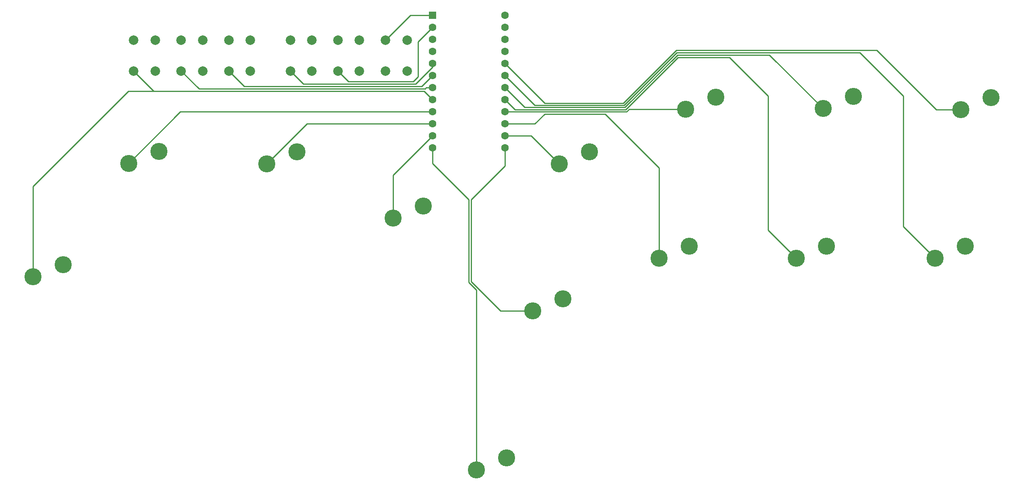
<source format=gtl>
%TF.GenerationSoftware,KiCad,Pcbnew,(6.0.7)*%
%TF.CreationDate,2022-08-16T08:24:38+10:00*%
%TF.ProjectId,Flatbox-rev1_1,466c6174-626f-4782-9d72-6576315f312e,rev?*%
%TF.SameCoordinates,Original*%
%TF.FileFunction,Copper,L1,Top*%
%TF.FilePolarity,Positive*%
%FSLAX46Y46*%
G04 Gerber Fmt 4.6, Leading zero omitted, Abs format (unit mm)*
G04 Created by KiCad (PCBNEW (6.0.7)) date 2022-08-16 08:24:38*
%MOMM*%
%LPD*%
G01*
G04 APERTURE LIST*
%TA.AperFunction,ComponentPad*%
%ADD10C,3.600000*%
%TD*%
%TA.AperFunction,ComponentPad*%
%ADD11C,2.000000*%
%TD*%
%TA.AperFunction,ComponentPad*%
%ADD12R,1.600000X1.600000*%
%TD*%
%TA.AperFunction,ComponentPad*%
%ADD13C,1.600000*%
%TD*%
%TA.AperFunction,Conductor*%
%ADD14C,0.254000*%
%TD*%
G04 APERTURE END LIST*
D10*
X34290000Y-86360000D03*
X40640000Y-83820000D03*
X127610000Y-127080000D03*
X133960000Y-124540000D03*
X224110000Y-82500000D03*
X230460000Y-79960000D03*
X194900000Y-82500000D03*
X201250000Y-79960000D03*
X166050000Y-82500000D03*
X172400000Y-79960000D03*
X139440000Y-93610000D03*
X145790000Y-91070000D03*
X229550000Y-51160000D03*
X235900000Y-48620000D03*
X200580000Y-50920000D03*
X206930000Y-48380000D03*
X171610000Y-51040000D03*
X177960000Y-48500000D03*
X145050000Y-62570000D03*
X151400000Y-60030000D03*
X110110000Y-73980000D03*
X116460000Y-71440000D03*
X83510000Y-62630000D03*
X89860000Y-60090000D03*
X54415000Y-62510000D03*
X60765000Y-59970000D03*
D11*
X88500000Y-36500000D03*
X88500000Y-43000000D03*
X93000000Y-36500000D03*
X93000000Y-43000000D03*
X65500000Y-43000000D03*
X65500000Y-36500000D03*
X70000000Y-36500000D03*
X70000000Y-43000000D03*
X98500000Y-43000000D03*
X98500000Y-36500000D03*
X103000000Y-36500000D03*
X103000000Y-43000000D03*
X55500000Y-36500000D03*
X55500000Y-43000000D03*
X60000000Y-43000000D03*
X60000000Y-36500000D03*
X75500000Y-36500000D03*
X75500000Y-43000000D03*
X80000000Y-36500000D03*
X80000000Y-43000000D03*
X108500000Y-36500000D03*
X108500000Y-43000000D03*
X113000000Y-36500000D03*
X113000000Y-43000000D03*
D12*
X118380000Y-31280000D03*
D13*
X118380000Y-33820000D03*
X118380000Y-36360000D03*
X118380000Y-38900000D03*
X118380000Y-41440000D03*
X118380000Y-43980000D03*
X118380000Y-46520000D03*
X118380000Y-49060000D03*
X118380000Y-51600000D03*
X118380000Y-54140000D03*
X118380000Y-56680000D03*
X118380000Y-59220000D03*
X133620000Y-59220000D03*
X133620000Y-56680000D03*
X133620000Y-54140000D03*
X133620000Y-51600000D03*
X133620000Y-49060000D03*
X133620000Y-46520000D03*
X133620000Y-43980000D03*
X133620000Y-41440000D03*
X133620000Y-38900000D03*
X133620000Y-36360000D03*
X133620000Y-33820000D03*
X133620000Y-31280000D03*
D14*
X154670000Y-52054000D02*
X166050000Y-63434000D01*
X166050000Y-63434000D02*
X166050000Y-82500000D01*
X142002000Y-52054000D02*
X154670000Y-52054000D01*
X133620000Y-54140000D02*
X139916000Y-54140000D01*
X139916000Y-54140000D02*
X142002000Y-52054000D01*
X224388000Y-51160000D02*
X229550000Y-51160000D01*
X211836000Y-38608000D02*
X224388000Y-51160000D01*
X141964000Y-49784000D02*
X158467792Y-49784000D01*
X158467792Y-49784000D02*
X169643792Y-38608000D01*
X133620000Y-41440000D02*
X141964000Y-49784000D01*
X169643792Y-38608000D02*
X211836000Y-38608000D01*
X217424000Y-75814000D02*
X224110000Y-82500000D01*
X217424000Y-48260000D02*
X217424000Y-75814000D01*
X208280000Y-39116000D02*
X217424000Y-48260000D01*
X169777844Y-39116000D02*
X208280000Y-39116000D01*
X139878000Y-50238000D02*
X158655844Y-50238000D01*
X133620000Y-43980000D02*
X139878000Y-50238000D01*
X158655844Y-50238000D02*
X169777844Y-39116000D01*
X158843896Y-50692000D02*
X169911896Y-39624000D01*
X137792000Y-50692000D02*
X158843896Y-50692000D01*
X169911896Y-39624000D02*
X189284000Y-39624000D01*
X189284000Y-39624000D02*
X200580000Y-50920000D01*
X133620000Y-46520000D02*
X137792000Y-50692000D01*
X188976000Y-48260000D02*
X188976000Y-76576000D01*
X159031948Y-51146000D02*
X169991948Y-40186000D01*
X188976000Y-76576000D02*
X194900000Y-82500000D01*
X133620000Y-49060000D02*
X135706000Y-51146000D01*
X135706000Y-51146000D02*
X159031948Y-51146000D01*
X169991948Y-40186000D02*
X180902000Y-40186000D01*
X180902000Y-40186000D02*
X188976000Y-48260000D01*
X159780000Y-51040000D02*
X171610000Y-51040000D01*
X133620000Y-51600000D02*
X159220000Y-51600000D01*
X159220000Y-51600000D02*
X159780000Y-51040000D01*
X139160000Y-56680000D02*
X145050000Y-62570000D01*
X133620000Y-56680000D02*
X139160000Y-56680000D01*
X132726000Y-93610000D02*
X139440000Y-93610000D01*
X126492000Y-70104000D02*
X126492000Y-87376000D01*
X133620000Y-62976000D02*
X126492000Y-70104000D01*
X126492000Y-87376000D02*
X132726000Y-93610000D01*
X133620000Y-59220000D02*
X133620000Y-62976000D01*
X127610000Y-89136052D02*
X127610000Y-127080000D01*
X126038000Y-70158000D02*
X126038000Y-87564052D01*
X118364000Y-62484000D02*
X126038000Y-70158000D01*
X118380000Y-62468000D02*
X118364000Y-62484000D01*
X126038000Y-87564052D02*
X127610000Y-89136052D01*
X118380000Y-59220000D02*
X118380000Y-62468000D01*
X110110000Y-64950000D02*
X118380000Y-56680000D01*
X110110000Y-73980000D02*
X110110000Y-64950000D01*
X118380000Y-54140000D02*
X92000000Y-54140000D01*
X92000000Y-54140000D02*
X83510000Y-62630000D01*
X65325000Y-51600000D02*
X54415000Y-62510000D01*
X118380000Y-51600000D02*
X65325000Y-51600000D01*
X34290000Y-67310000D02*
X34290000Y-86360000D01*
X54356000Y-47244000D02*
X34290000Y-67310000D01*
X59744000Y-47244000D02*
X54356000Y-47244000D01*
X116564000Y-47244000D02*
X59744000Y-47244000D01*
X59744000Y-47244000D02*
X55500000Y-43000000D01*
X118380000Y-49060000D02*
X116564000Y-47244000D01*
X116840000Y-46736000D02*
X69236000Y-46736000D01*
X117056000Y-46520000D02*
X116840000Y-46736000D01*
X69236000Y-46736000D02*
X65500000Y-43000000D01*
X118380000Y-46520000D02*
X117056000Y-46520000D01*
X116132000Y-46228000D02*
X78728000Y-46228000D01*
X118380000Y-43980000D02*
X116132000Y-46228000D01*
X78728000Y-46228000D02*
X75500000Y-43000000D01*
X118380000Y-41440000D02*
X118380000Y-42148000D01*
X91220000Y-45720000D02*
X88500000Y-43000000D01*
X118380000Y-42148000D02*
X114808000Y-45720000D01*
X114808000Y-45720000D02*
X91220000Y-45720000D01*
X114300000Y-45212000D02*
X100712000Y-45212000D01*
X118380000Y-33820000D02*
X115316000Y-36884000D01*
X115316000Y-36884000D02*
X115316000Y-44196000D01*
X100712000Y-45212000D02*
X98500000Y-43000000D01*
X115316000Y-44196000D02*
X114300000Y-45212000D01*
X113720000Y-31280000D02*
X108500000Y-36500000D01*
X118380000Y-31280000D02*
X113720000Y-31280000D01*
M02*

</source>
